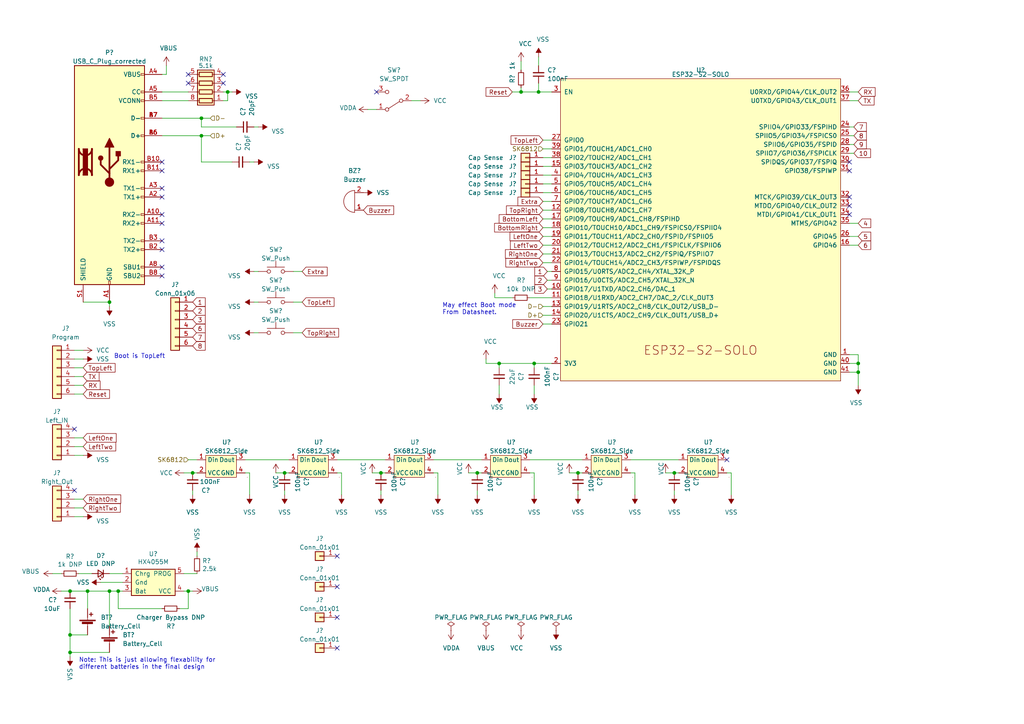
<source format=kicad_sch>
(kicad_sch (version 20220126) (generator eeschema)
  (paper "A4")
  (lib_symbols
    (symbol "BSides22:SK6812_Side"
      (property "Reference" "U?" (at -2.54 0 0))
      (property "Value" "SK6812_Side" (at -1.27 -8.89 0))
      (symbol "SK6812_Side_1_1"
        (pin input line (at -7.62 -2.54 0) (length 2.54) (name "Din") (number "1"))
        (pin input line (at -7.62 -6.35 0) (length 2.54) (name "VCC") (number "2"))
        (pin output line (at 6.35 -2.54 180) (length 2.54) (name "Dout") (number "3"))
        (pin input line (at 6.35 -6.35 180) (length 2.54) (name "GND") (number "4"))
      )
    )
    (symbol "Connector_Generic:Conn_01x01" (pin_names (offset 1.016) hide)
      (property "Reference" "J" (at 0 2.54 0))
      (property "Value" "Conn_01x01" (at 0 -2.54 0))
      (symbol "Conn_01x01_1_1"
        (pin passive line (at -5.08 0 0) (length 3.81) (name "Pin_1") (number "1"))
      )
    )
    (symbol "Connector_Generic:Conn_01x04" (pin_names (offset 1.016) hide)
      (property "Reference" "J" (at 0 5.08 0))
      (property "Value" "Conn_01x04" (at 0 -7.62 0))
      (symbol "Conn_01x04_1_1"
        (pin passive line (at -5.08 2.54 0) (length 3.81) (name "Pin_1") (number "1"))
        (pin passive line (at -5.08 0 0) (length 3.81) (name "Pin_2") (number "2"))
        (pin passive line (at -5.08 -2.54 0) (length 3.81) (name "Pin_3") (number "3"))
        (pin passive line (at -5.08 -5.08 0) (length 3.81) (name "Pin_4") (number "4"))
      )
    )
    (symbol "Connector_Generic:Conn_01x06" (pin_names (offset 1.016) hide)
      (property "Reference" "J" (at 0 7.62 0))
      (property "Value" "Conn_01x06" (at 0 -10.16 0))
      (symbol "Conn_01x06_1_1"
        (pin passive line (at -5.08 5.08 0) (length 3.81) (name "Pin_1") (number "1"))
        (pin passive line (at -5.08 2.54 0) (length 3.81) (name "Pin_2") (number "2"))
        (pin passive line (at -5.08 0 0) (length 3.81) (name "Pin_3") (number "3"))
        (pin passive line (at -5.08 -2.54 0) (length 3.81) (name "Pin_4") (number "4"))
        (pin passive line (at -5.08 -5.08 0) (length 3.81) (name "Pin_5") (number "5"))
        (pin passive line (at -5.08 -7.62 0) (length 3.81) (name "Pin_6") (number "6"))
      )
    )
    (symbol "Device:Battery_Cell" (pin_numbers hide) (pin_names (offset 0) hide)
      (property "Reference" "BT" (at 2.54 2.54 0))
      (property "Value" "Battery_Cell" (at 2.54 0 0))
      (symbol "Battery_Cell_1_1"
        (pin passive line (at 0 5.08 270) (length 2.54) (name "+") (number "1"))
        (pin passive line (at 0 -2.54 90) (length 2.54) (name "-") (number "2"))
      )
    )
    (symbol "Device:Buzzer" (pin_names (offset 0.0254) hide)
      (property "Reference" "BZ" (at 3.81 1.27 0))
      (property "Value" "Buzzer" (at 3.81 -1.27 0))
      (symbol "Buzzer_1_1"
        (pin passive line (at -2.54 2.54 0) (length 2.54) (name "-") (number "1"))
        (pin passive line (at -2.54 -2.54 0) (length 2.54) (name "+") (number "2"))
      )
    )
    (symbol "Device:C_Small" (pin_numbers hide) (pin_names (offset 0.254) hide)
      (property "Reference" "C" (at 0.254 1.778 0))
      (property "Value" "C_Small" (at 0.254 -2.032 0))
      (symbol "C_Small_1_1"
        (pin passive line (at 0 2.54 270) (length 2.032) (name "~") (number "1"))
        (pin passive line (at 0 -2.54 90) (length 2.032) (name "~") (number "2"))
      )
    )
    (symbol "Device:LED_Small" (pin_numbers hide) (pin_names (offset 0.254) hide)
      (property "Reference" "D" (at -1.27 3.175 0))
      (property "Value" "LED_Small" (at -4.445 -2.54 0))
      (symbol "LED_Small_1_1"
        (pin passive line (at -2.54 0 0) (length 1.778) (name "K") (number "1"))
        (pin passive line (at 2.54 0 180) (length 1.778) (name "A") (number "2"))
      )
    )
    (symbol "Device:R_Pack04" (pin_names (offset 0) hide)
      (property "Reference" "RN" (at -7.62 0 90))
      (property "Value" "R_Pack04" (at 5.08 0 90))
      (symbol "R_Pack04_1_1"
        (pin passive line (at -5.08 -5.08 90) (length 2.54) (name "R1.1") (number "1"))
        (pin passive line (at -2.54 -5.08 90) (length 2.54) (name "R2.1") (number "2"))
        (pin passive line (at 0 -5.08 90) (length 2.54) (name "R3.1") (number "3"))
        (pin passive line (at 2.54 -5.08 90) (length 2.54) (name "R4.1") (number "4"))
        (pin passive line (at 2.54 5.08 270) (length 2.54) (name "R4.2") (number "5"))
        (pin passive line (at 0 5.08 270) (length 2.54) (name "R3.2") (number "6"))
        (pin passive line (at -2.54 5.08 270) (length 2.54) (name "R2.2") (number "7"))
        (pin passive line (at -5.08 5.08 270) (length 2.54) (name "R1.2") (number "8"))
      )
    )
    (symbol "Device:R_Small" (pin_numbers hide) (pin_names (offset 0.254) hide)
      (property "Reference" "R" (at 0.762 0.508 0))
      (property "Value" "R_Small" (at 0.762 -1.016 0))
      (symbol "R_Small_1_1"
        (pin passive line (at 0 2.54 270) (length 0.762) (name "~") (number "1"))
        (pin passive line (at 0 -2.54 90) (length 0.762) (name "~") (number "2"))
      )
    )
    (symbol "Espressif:ESP32-S2-SOLO" (pin_names (offset 1.016))
      (property "Reference" "U" (at 0 43.18 0))
      (property "Value" "ESP32-S2-SOLO" (at 0 -46.99 0))
      (symbol "ESP32-S2-SOLO_1_1"
        (text "ESP32-S2-SOLO" (at 0 -36.83 0) (effects (font (size 2.54 2.54))))
        (pin power_in line (at 43.18 -38.1 180) (length 2.54) (name "GND") (number "1"))
        (pin bidirectional line (at -43.18 -19.05 0) (length 2.54) (name "GPIO17/U1TXD/ADC2_CH6/DAC_1") (number "10"))
        (pin bidirectional line (at -43.18 -21.59 0) (length 2.54) (name "GPIO18/U1RXD/ADC2_CH7/DAC_2/CLK_OUT3") (number "11"))
        (pin bidirectional line (at -43.18 3.81 0) (length 2.54) (name "GPIO8/TOUCH8/ADC1_CH7") (number "12"))
        (pin bidirectional line (at -43.18 -24.13 0) (length 2.54) (name "GPIO19/U1RTS/ADC2_CH8/CLK_OUT2/USB_D-") (number "13"))
        (pin bidirectional line (at -43.18 -26.67 0) (length 2.54) (name "GPIO20/U1CTS/ADC2_CH9/CLK_OUT1/USB_D+") (number "14"))
        (pin bidirectional line (at -43.18 16.51 0) (length 2.54) (name "GPIO3/TOUCH3/ADC1_CH2") (number "15"))
        (pin input line (at 43.18 -6.35 180) (length 2.54) (name "GPIO46") (number "16"))
        (pin bidirectional line (at -43.18 1.27 0) (length 2.54) (name "GPIO9/TOUCH9/ADC1_CH8/FSPIHD") (number "17"))
        (pin bidirectional line (at -43.18 -1.27 0) (length 2.54) (name "GPIO10/TOUCH10/ADC1_CH9/FSPICS0/FSPIIO4") (number "18"))
        (pin bidirectional line (at -43.18 -3.81 0) (length 2.54) (name "GPIO11/TOUCH11/ADC2_CH0/FSPID/FSPIIO5") (number "19"))
        (pin power_in line (at -43.18 -40.64 0) (length 2.54) (name "3V3") (number "2"))
        (pin bidirectional line (at -43.18 -6.35 0) (length 2.54) (name "GPIO12/TOUCH12/ADC2_CH1/FSPICLK/FSPIIO6") (number "20"))
        (pin bidirectional line (at -43.18 -8.89 0) (length 2.54) (name "GPIO13/TOUCH13/ADC2_CH2/FSPIQ/FSPIIO7") (number "21"))
        (pin bidirectional line (at -43.18 -11.43 0) (length 2.54) (name "GPIO14/TOUCH14/ADC2_CH3/FSPIWP/FSPIDQS") (number "22"))
        (pin bidirectional line (at -43.18 -29.21 0) (length 2.54) (name "GPIO21") (number "23"))
        (pin bidirectional line (at 43.18 27.94 180) (length 2.54) (name "SPIIO4/GPIO33/FSPIHD") (number "24"))
        (pin bidirectional line (at 43.18 25.4 180) (length 2.54) (name "SPIIO5/GPIO34/FSPICS0") (number "25"))
        (pin bidirectional line (at 43.18 -3.81 180) (length 2.54) (name "GPIO45") (number "26"))
        (pin bidirectional line (at -43.18 24.13 0) (length 2.54) (name "GPIO0") (number "27"))
        (pin bidirectional line (at 43.18 22.86 180) (length 2.54) (name "SPIIO6/GPIO35/FSPID") (number "28"))
        (pin bidirectional line (at 43.18 20.32 180) (length 2.54) (name "SPIIO7/GPIO36/FSPICLK") (number "29"))
        (pin bidirectional line (at -43.18 38.1 0) (length 2.54) (name "EN") (number "3"))
        (pin bidirectional line (at 43.18 17.78 180) (length 2.54) (name "SPIDQS/GPIO37/FSPIQ") (number "30"))
        (pin bidirectional line (at 43.18 15.24 180) (length 2.54) (name "GPIO38/FSPIWP") (number "31"))
        (pin bidirectional line (at 43.18 7.62 180) (length 2.54) (name "MTCK/GPIO39/CLK_OUT3") (number "32"))
        (pin bidirectional line (at 43.18 5.08 180) (length 2.54) (name "MTDO/GPIO40/CLK_OUT2") (number "33"))
        (pin bidirectional line (at 43.18 2.54 180) (length 2.54) (name "MTDI/GPIO41/CLK_OUT1") (number "34"))
        (pin bidirectional line (at 43.18 0 180) (length 2.54) (name "MTMS/GPIO42") (number "35"))
        (pin bidirectional line (at 43.18 38.1 180) (length 2.54) (name "U0RXD/GPIO44/CLK_OUT2") (number "36"))
        (pin bidirectional line (at 43.18 35.56 180) (length 2.54) (name "U0TXD/GPIO43/CLK_OUT1") (number "37"))
        (pin bidirectional line (at -43.18 19.05 0) (length 2.54) (name "GPIO2/TOUCH2/ADC1_CH1") (number "38"))
        (pin bidirectional line (at -43.18 21.59 0) (length 2.54) (name "GPIO1/TOUCH1/ADC1_CH0") (number "39"))
        (pin bidirectional line (at -43.18 13.97 0) (length 2.54) (name "GPIO4/TOUCH4/ADC1_CH3") (number "4"))
        (pin input line (at 43.18 -40.64 180) (length 2.54) (name "GND") (number "40"))
        (pin input line (at 43.18 -43.18 180) (length 2.54) (name "GND") (number "41"))
        (pin bidirectional line (at -43.18 11.43 0) (length 2.54) (name "GPIO5/TOUCH5/ADC1_CH4") (number "5"))
        (pin bidirectional line (at -43.18 8.89 0) (length 2.54) (name "GPIO6/TOUCH6/ADC1_CH5") (number "6"))
        (pin bidirectional line (at -43.18 6.35 0) (length 2.54) (name "GPIO7/TOUCH7/ADC1_CH6") (number "7"))
        (pin bidirectional line (at -43.18 -13.97 0) (length 2.54) (name "GPIO15/U0RTS/ADC2_CH4/XTAL_32K_P") (number "8"))
        (pin bidirectional line (at -43.18 -16.51 0) (length 2.54) (name "GPIO16/U0CTS/ADC2_CH5/XTAL_32K_N") (number "9"))
      )
    )
    (symbol "SK6812_Side_1"
      (property "Reference" "U?" (at -2.54 0 0))
      (property "Value" "SK6812_Side_1" (at -1.27 -8.89 0))
      (symbol "SK6812_Side_1_1_1"
        (pin input line (at -7.62 -2.54 0) (length 2.54) (name "Din") (number "1"))
        (pin input line (at -7.62 -6.35 0) (length 2.54) (name "VCC") (number "2"))
        (pin output line (at 6.35 -2.54 180) (length 2.54) (name "Dout") (number "3"))
        (pin input line (at 6.35 -6.35 180) (length 2.54) (name "GND") (number "4"))
      )
    )
    (symbol "SK6812_Side_2"
      (property "Reference" "U?" (at -2.54 0 0))
      (property "Value" "SK6812_Side_2" (at -1.27 -8.89 0))
      (symbol "SK6812_Side_2_1_1"
        (pin input line (at -7.62 -2.54 0) (length 2.54) (name "Din") (number "1"))
        (pin input line (at -7.62 -6.35 0) (length 2.54) (name "VCC") (number "2"))
        (pin output line (at 6.35 -2.54 180) (length 2.54) (name "Dout") (number "3"))
        (pin input line (at 6.35 -6.35 180) (length 2.54) (name "GND") (number "4"))
      )
    )
    (symbol "SK6812_Side_3"
      (property "Reference" "U?" (at -2.54 0 0))
      (property "Value" "SK6812_Side_3" (at -1.27 -8.89 0))
      (symbol "SK6812_Side_3_1_1"
        (pin input line (at -7.62 -2.54 0) (length 2.54) (name "Din") (number "1"))
        (pin input line (at -7.62 -6.35 0) (length 2.54) (name "VCC") (number "2"))
        (pin output line (at 6.35 -2.54 180) (length 2.54) (name "Dout") (number "3"))
        (pin input line (at 6.35 -6.35 180) (length 2.54) (name "GND") (number "4"))
      )
    )
    (symbol "SK6812_Side_4"
      (property "Reference" "U?" (at -2.54 0 0))
      (property "Value" "SK6812_Side_4" (at -1.27 -8.89 0))
      (symbol "SK6812_Side_4_1_1"
        (pin input line (at -7.62 -2.54 0) (length 2.54) (name "Din") (number "1"))
        (pin input line (at -7.62 -6.35 0) (length 2.54) (name "VCC") (number "2"))
        (pin output line (at 6.35 -2.54 180) (length 2.54) (name "Dout") (number "3"))
        (pin input line (at 6.35 -6.35 180) (length 2.54) (name "GND") (number "4"))
      )
    )
    (symbol "SK6812_Side_7"
      (property "Reference" "U?" (at -2.54 0 0))
      (property "Value" "SK6812_Side_7" (at -1.27 -8.89 0))
      (symbol "SK6812_Side_7_1_1"
        (pin input line (at -7.62 -2.54 0) (length 2.54) (name "Din") (number "1"))
        (pin input line (at -7.62 -6.35 0) (length 2.54) (name "VCC") (number "2"))
        (pin output line (at 6.35 -2.54 180) (length 2.54) (name "Dout") (number "3"))
        (pin input line (at 6.35 -6.35 180) (length 2.54) (name "GND") (number "4"))
      )
    )
    (symbol "Switch:SW_Push" (pin_numbers hide) (pin_names (offset 1.016) hide)
      (property "Reference" "SW" (at 1.27 2.54 0))
      (property "Value" "SW_Push" (at 0 -1.524 0))
      (symbol "SW_Push_0_1"
        (pin passive line (at -5.08 0 0) (length 2.54) (name "1") (number "1"))
        (pin passive line (at 5.08 0 180) (length 2.54) (name "2") (number "2"))
      )
    )
    (symbol "Switch:SW_SPDT" (pin_names (offset 0) hide)
      (property "Reference" "SW" (at 0 4.318 0))
      (property "Value" "SW_SPDT" (at 0 -5.08 0))
      (symbol "SW_SPDT_1_1"
        (pin passive line (at 5.08 2.54 180) (length 2.54) (name "A") (number "1"))
        (pin passive line (at -5.08 0 0) (length 2.54) (name "B") (number "2"))
        (pin passive line (at 5.08 -2.54 180) (length 2.54) (name "C") (number "3"))
      )
    )
    (symbol "TwitterKeyboard-rescue:HX4055M-MechKeyboard" (pin_names (offset 1.016))
      (property "Reference" "U" (at 5.08 -10.16 0))
      (property "Value" "HX4055M-MechKeyboard" (at 0 0 0))
      (symbol "HX4055M-MechKeyboard_1_1"
        (pin input line (at -8.89 -2.54 0) (length 2.54) (name "Chrg") (number "1"))
        (pin input line (at -8.89 -5.08 0) (length 2.54) (name "Gnd") (number "2"))
        (pin input line (at -8.89 -7.62 0) (length 2.54) (name "Bat") (number "3"))
        (pin input line (at 8.89 -7.62 180) (length 2.54) (name "VCC") (number "4"))
        (pin input line (at 8.89 -2.54 180) (length 2.54) (name "PROG") (number "5"))
      )
    )
    (symbol "USB_C_Plug_corrected_1" (pin_names (offset 1.016))
      (property "Reference" "P" (at -10.16 29.21 0))
      (property "Value" "USB_C_Plug_corrected_1" (at 10.16 29.21 0))
      (symbol "USB_C_Plug_corrected_1_1_1"
        (pin passive line (at 0 -40.64 90) (length 5.08) (name "GND") (number "A1"))
        (pin bidirectional line (at 15.24 -15.24 180) (length 5.08) (name "RX2-") (number "A10"))
        (pin bidirectional line (at 15.24 -17.78 180) (length 5.08) (name "RX2+") (number "A11"))
        (pin passive line (at 0 -40.64 90) (length 5.08) hide (name "GND") (number "A12"))
        (pin bidirectional line (at 15.24 -10.16 180) (length 5.08) (name "TX1+") (number "A2"))
        (pin bidirectional line (at 15.24 -7.62 180) (length 5.08) (name "TX1-") (number "A3"))
        (pin passive line (at 15.24 25.4 180) (length 5.08) (name "VBUS") (number "A4"))
        (pin bidirectional line (at 15.24 20.32 180) (length 5.08) (name "CC") (number "A5"))
        (pin bidirectional line (at 15.24 7.62 180) (length 5.08) (name "D+") (number "A6"))
        (pin bidirectional line (at 15.24 12.7 180) (length 5.08) (name "D-") (number "A7"))
        (pin bidirectional line (at 15.24 -30.48 180) (length 5.08) (name "SBU1") (number "A8"))
        (pin passive line (at 15.24 25.4 180) (length 5.08) hide (name "VBUS") (number "A9"))
        (pin passive line (at 0 -40.64 90) (length 5.08) hide (name "GND") (number "B1"))
        (pin bidirectional line (at 15.24 0 180) (length 5.08) (name "RX1-") (number "B10"))
        (pin bidirectional line (at 15.24 -2.54 180) (length 5.08) (name "RX1+") (number "B11"))
        (pin passive line (at 0 -40.64 90) (length 5.08) hide (name "GND") (number "B12"))
        (pin bidirectional line (at 15.24 -25.4 180) (length 5.08) (name "TX2+") (number "B2"))
        (pin bidirectional line (at 15.24 -22.86 180) (length 5.08) (name "TX2-") (number "B3"))
        (pin passive line (at 15.24 25.4 180) (length 5.08) hide (name "VBUS") (number "B4"))
        (pin bidirectional line (at 15.24 17.78 180) (length 5.08) (name "VCONN") (number "B5"))
        (pin bidirectional line (at 15.24 7.62 180) (length 5.08) (name "D+") (number "B6"))
        (pin bidirectional line (at 15.24 12.7 180) (length 5.08) (name "D-") (number "B7"))
        (pin bidirectional line (at 15.24 -33.02 180) (length 5.08) (name "SBU2") (number "B8"))
        (pin passive line (at 15.24 25.4 180) (length 5.08) hide (name "VBUS") (number "B9"))
        (pin passive line (at -7.62 -40.64 90) (length 5.08) (name "SHIELD") (number "S1"))
      )
    )
    (symbol "power:PWR_FLAG" (power) (pin_numbers hide) (pin_names (offset 0) hide)
      (property "Value" "PWR_FLAG" (at 0 3.81 0))
      (symbol "PWR_FLAG_0_0"
        (pin power_out line (at 0 0 90) (length 0) (name "pwr") (number "1"))
      )
    )
    (symbol "power:VBUS" (power) (pin_names (offset 0))
      (property "Value" "VBUS" (at 0 3.81 0))
      (symbol "VBUS_1_1"
        (pin power_in line (at 0 0 90) (length 0) hide (name "VBUS") (number "1"))
      )
    )
    (symbol "power:VCC" (power) (pin_names (offset 0))
      (property "Value" "VCC" (at 0 3.81 0))
      (symbol "VCC_1_1"
        (pin power_in line (at 0 0 90) (length 0) hide (name "VCC") (number "1"))
      )
    )
    (symbol "power:VDDA" (power) (pin_names (offset 0))
      (property "Value" "VDDA" (at 0 3.81 0))
      (symbol "VDDA_1_1"
        (pin power_in line (at 0 0 90) (length 0) hide (name "VDDA") (number "1"))
      )
    )
    (symbol "power:VSS" (power) (pin_names (offset 0))
      (property "Value" "VSS" (at 0 3.81 0))
      (symbol "VSS_1_1"
        (pin power_in line (at 0 0 90) (length 0) hide (name "VSS") (number "1"))
      )
    )
  )
  (junction (at 34.29 171.45) (diameter 0.9144))
  (junction (at 20.32 171.45) (diameter 0.9144))
  (junction (at 195.58 137.16))
  (junction (at 144.78 105.41))
  (junction (at 248.92 105.41))
  (junction (at 156.21 26.67))
  (junction (at 58.42 34.29) (diameter 0.9144))
  (junction (at 82.55 137.16))
  (junction (at 151.13 26.67) (diameter 0.9144))
  (junction (at 20.32 189.23))
  (junction (at 20.32 184.15))
  (junction (at 31.75 87.63))
  (junction (at 31.75 171.45))
  (junction (at 25.4 171.45))
  (junction (at 54.61 171.45) (diameter 0.9144))
  (junction (at 66.04 26.67) (diameter 0.9144))
  (junction (at 55.88 137.16))
  (junction (at 138.43 137.16))
  (junction (at 248.92 107.95))
  (junction (at 154.94 105.41))
  (junction (at 167.64 137.16))
  (junction (at 110.49 137.16))
  (junction (at 58.42 39.37) (diameter 0.9144))
  (no_connect (at 97.79 161.29))
  (no_connect (at 46.99 57.15))
  (no_connect (at 46.99 54.61))
  (no_connect (at 97.79 170.18))
  (no_connect (at 21.59 124.46))
  (no_connect (at 46.99 62.23))
  (no_connect (at 64.77 24.13))
  (no_connect (at 54.61 21.59))
  (no_connect (at 46.99 69.85))
  (no_connect (at 97.79 179.07))
  (no_connect (at 46.99 72.39))
  (no_connect (at 109.22 26.67))
  (no_connect (at 246.38 59.69))
  (no_connect (at 246.38 49.53))
  (no_connect (at 54.61 24.13))
  (no_connect (at 246.38 57.15))
  (no_connect (at 246.38 62.23))
  (no_connect (at 246.38 46.99))
  (no_connect (at 46.99 77.47))
  (no_connect (at 97.79 187.96))
  (no_connect (at 64.77 21.59))
  (no_connect (at 21.59 142.24))
  (no_connect (at 46.99 46.99))
  (no_connect (at 210.82 133.35))
  (no_connect (at 46.99 49.53))
  (no_connect (at 46.99 64.77))
  (no_connect (at 46.99 80.01))
  (wire (pts (xy 68.58 36.83) (xy 58.42 36.83)))
  (wire (pts (xy 127 137.16) (xy 125.73 137.16)))
  (wire (pts (xy 157.48 43.18) (xy 160.02 43.18)))
  (wire (pts (xy 25.4 171.45) (xy 25.4 176.53)))
  (wire (pts (xy 21.59 111.76) (xy 24.13 111.76)))
  (wire (pts (xy 154.94 137.16) (xy 153.67 137.16)))
  (wire (pts (xy 184.15 137.16) (xy 182.88 137.16)))
  (wire (pts (xy 64.77 26.67) (xy 66.04 26.67)))
  (wire (pts (xy 21.59 129.54) (xy 24.13 129.54)))
  (wire (pts (xy 144.78 105.41) (xy 154.94 105.41)))
  (wire (pts (xy 82.55 142.24) (xy 82.55 143.51)))
  (wire (pts (xy 46.99 39.37) (xy 58.42 39.37)))
  (wire (pts (xy 135.89 137.16) (xy 138.43 137.16)))
  (wire (pts (xy 156.21 26.67) (xy 160.02 26.67)))
  (wire (pts (xy 246.38 26.67) (xy 248.92 26.67)))
  (wire (pts (xy 74.93 96.52) (xy 73.66 96.52)))
  (wire (pts (xy 46.99 26.67) (xy 54.61 26.67)))
  (wire (pts (xy 21.59 147.32) (xy 24.13 147.32)))
  (wire (pts (xy 21.59 149.86) (xy 24.13 149.86)))
  (wire (pts (xy 46.99 176.53) (xy 34.29 176.53)))
  (wire (pts (xy 31.75 171.45) (xy 34.29 171.45)))
  (wire (pts (xy 20.32 171.45) (xy 25.4 171.45)))
  (wire (pts (xy 195.58 142.24) (xy 195.58 143.51)))
  (wire (pts (xy 46.99 29.21) (xy 54.61 29.21)))
  (wire (pts (xy 54.61 171.45) (xy 54.61 176.53)))
  (wire (pts (xy 184.15 143.51) (xy 184.15 137.16)))
  (wire (pts (xy 106.68 31.75) (xy 109.22 31.75)))
  (wire (pts (xy 25.4 171.45) (xy 31.75 171.45)))
  (wire (pts (xy 29.21 168.91) (xy 35.56 168.91)))
  (wire (pts (xy 156.21 16.51) (xy 156.21 19.05)))
  (wire (pts (xy 157.48 60.96) (xy 160.02 60.96)))
  (wire (pts (xy 248.92 107.95) (xy 248.92 111.76)))
  (wire (pts (xy 167.64 142.24) (xy 167.64 143.51)))
  (wire (pts (xy 97.79 133.35) (xy 111.76 133.35)))
  (wire (pts (xy 148.59 26.67) (xy 151.13 26.67)))
  (wire (pts (xy 138.43 142.24) (xy 138.43 143.51)))
  (wire (pts (xy 34.29 171.45) (xy 35.56 171.45)))
  (wire (pts (xy 157.48 48.26) (xy 160.02 48.26)))
  (wire (pts (xy 34.29 171.45) (xy 34.29 176.53)))
  (wire (pts (xy 31.75 166.37) (xy 35.56 166.37)))
  (wire (pts (xy 157.48 73.66) (xy 160.02 73.66)))
  (wire (pts (xy 21.59 144.78) (xy 24.13 144.78)))
  (wire (pts (xy 66.04 26.67) (xy 67.31 26.67)))
  (wire (pts (xy 66.04 26.67) (xy 66.04 29.21)))
  (wire (pts (xy 157.48 58.42) (xy 160.02 58.42)))
  (wire (pts (xy 246.38 105.41) (xy 248.92 105.41)))
  (wire (pts (xy 20.32 189.23) (xy 20.32 190.5)))
  (wire (pts (xy 80.01 137.16) (xy 82.55 137.16)))
  (wire (pts (xy 143.51 85.09) (xy 143.51 86.36)))
  (wire (pts (xy 58.42 34.29) (xy 60.96 34.29)))
  (wire (pts (xy 58.42 46.99) (xy 58.42 39.37)))
  (wire (pts (xy 154.94 105.41) (xy 160.02 105.41)))
  (wire (pts (xy 246.38 44.45) (xy 247.65 44.45)))
  (wire (pts (xy 21.59 127) (xy 24.13 127)))
  (wire (pts (xy 160.02 83.82) (xy 158.75 83.82)))
  (wire (pts (xy 212.09 137.16) (xy 210.82 137.16)))
  (wire (pts (xy 156.21 24.13) (xy 156.21 26.67)))
  (wire (pts (xy 140.97 105.41) (xy 144.78 105.41)))
  (wire (pts (xy 138.43 137.16) (xy 139.7 137.16)))
  (wire (pts (xy 21.59 101.6) (xy 24.13 101.6)))
  (wire (pts (xy 72.39 137.16) (xy 71.12 137.16)))
  (wire (pts (xy 195.58 137.16) (xy 196.85 137.16)))
  (wire (pts (xy 121.92 29.21) (xy 119.38 29.21)))
  (wire (pts (xy 22.86 166.37) (xy 26.67 166.37)))
  (wire (pts (xy 58.42 39.37) (xy 60.96 39.37)))
  (wire (pts (xy 193.04 137.16) (xy 195.58 137.16)))
  (wire (pts (xy 20.32 184.15) (xy 25.4 184.15)))
  (wire (pts (xy 157.48 63.5) (xy 160.02 63.5)))
  (wire (pts (xy 127 143.51) (xy 127 137.16)))
  (wire (pts (xy 17.78 171.45) (xy 20.32 171.45)))
  (wire (pts (xy 48.26 19.05) (xy 48.26 21.59)))
  (wire (pts (xy 21.59 109.22) (xy 24.13 109.22)))
  (wire (pts (xy 99.06 137.16) (xy 97.79 137.16)))
  (wire (pts (xy 157.48 50.8) (xy 160.02 50.8)))
  (wire (pts (xy 248.92 105.41) (xy 248.92 107.95)))
  (wire (pts (xy 154.94 105.41) (xy 154.94 106.68)))
  (wire (pts (xy 153.67 133.35) (xy 168.91 133.35)))
  (wire (pts (xy 157.48 71.12) (xy 160.02 71.12)))
  (wire (pts (xy 107.95 137.16) (xy 110.49 137.16)))
  (wire (pts (xy 54.61 171.45) (xy 55.88 171.45)))
  (wire (pts (xy 151.13 17.78) (xy 151.13 20.32)))
  (wire (pts (xy 157.48 45.72) (xy 160.02 45.72)))
  (wire (pts (xy 24.13 87.63) (xy 31.75 87.63)))
  (wire (pts (xy 151.13 25.4) (xy 151.13 26.67)))
  (wire (pts (xy 160.02 81.28) (xy 158.75 81.28)))
  (wire (pts (xy 99.06 143.51) (xy 99.06 137.16)))
  (wire (pts (xy 52.07 176.53) (xy 54.61 176.53)))
  (wire (pts (xy 53.34 137.16) (xy 55.88 137.16)))
  (wire (pts (xy 53.34 171.45) (xy 54.61 171.45)))
  (wire (pts (xy 248.92 102.87) (xy 248.92 105.41)))
  (wire (pts (xy 246.38 102.87) (xy 248.92 102.87)))
  (wire (pts (xy 71.12 133.35) (xy 83.82 133.35)))
  (wire (pts (xy 31.75 189.23) (xy 20.32 189.23)))
  (wire (pts (xy 64.77 29.21) (xy 66.04 29.21)))
  (wire (pts (xy 67.31 46.99) (xy 58.42 46.99)))
  (wire (pts (xy 20.32 189.23) (xy 20.32 184.15)))
  (wire (pts (xy 85.09 87.63) (xy 87.63 87.63)))
  (wire (pts (xy 148.59 86.36) (xy 143.51 86.36)))
  (wire (pts (xy 157.48 88.9) (xy 160.02 88.9)))
  (wire (pts (xy 246.38 36.83) (xy 247.65 36.83)))
  (wire (pts (xy 85.09 96.52) (xy 87.63 96.52)))
  (wire (pts (xy 31.75 171.45) (xy 31.75 181.61)))
  (wire (pts (xy 125.73 133.35) (xy 139.7 133.35)))
  (wire (pts (xy 48.26 21.59) (xy 46.99 21.59)))
  (wire (pts (xy 110.49 142.24) (xy 110.49 143.51)))
  (wire (pts (xy 246.38 107.95) (xy 248.92 107.95)))
  (wire (pts (xy 110.49 137.16) (xy 111.76 137.16)))
  (wire (pts (xy 140.97 104.14) (xy 140.97 105.41)))
  (wire (pts (xy 246.38 71.12) (xy 248.92 71.12)))
  (wire (pts (xy 21.59 114.3) (xy 24.13 114.3)))
  (wire (pts (xy 82.55 137.16) (xy 83.82 137.16)))
  (wire (pts (xy 72.39 46.99) (xy 73.66 46.99)))
  (wire (pts (xy 21.59 106.68) (xy 24.13 106.68)))
  (wire (pts (xy 57.15 161.29) (xy 57.15 160.02)))
  (wire (pts (xy 182.88 133.35) (xy 196.85 133.35)))
  (wire (pts (xy 55.88 142.24) (xy 55.88 143.51)))
  (wire (pts (xy 167.64 137.16) (xy 168.91 137.16)))
  (wire (pts (xy 157.48 55.88) (xy 160.02 55.88)))
  (wire (pts (xy 157.48 40.64) (xy 160.02 40.64)))
  (wire (pts (xy 73.66 36.83) (xy 74.93 36.83)))
  (wire (pts (xy 87.63 78.74) (xy 85.09 78.74)))
  (wire (pts (xy 153.67 86.36) (xy 160.02 86.36)))
  (wire (pts (xy 157.48 66.04) (xy 160.02 66.04)))
  (wire (pts (xy 58.42 36.83) (xy 58.42 34.29)))
  (wire (pts (xy 160.02 78.74) (xy 158.75 78.74)))
  (wire (pts (xy 15.24 166.37) (xy 17.78 166.37)))
  (wire (pts (xy 55.88 137.16) (xy 57.15 137.16)))
  (wire (pts (xy 21.59 132.08) (xy 24.13 132.08)))
  (wire (pts (xy 212.09 143.51) (xy 212.09 137.16)))
  (wire (pts (xy 144.78 105.41) (xy 144.78 106.68)))
  (wire (pts (xy 74.93 78.74) (xy 73.66 78.74)))
  (wire (pts (xy 246.38 29.21) (xy 248.92 29.21)))
  (wire (pts (xy 31.75 87.63) (xy 31.75 88.9)))
  (wire (pts (xy 154.94 143.51) (xy 154.94 137.16)))
  (wire (pts (xy 165.1 137.16) (xy 167.64 137.16)))
  (wire (pts (xy 20.32 176.53) (xy 20.32 184.15)))
  (wire (pts (xy 54.61 133.35) (xy 57.15 133.35)))
  (wire (pts (xy 157.48 91.44) (xy 160.02 91.44)))
  (wire (pts (xy 246.38 39.37) (xy 247.65 39.37)))
  (wire (pts (xy 21.59 104.14) (xy 24.13 104.14)))
  (wire (pts (xy 157.48 93.98) (xy 160.02 93.98)))
  (wire (pts (xy 46.99 34.29) (xy 58.42 34.29)))
  (wire (pts (xy 154.94 111.76) (xy 154.94 114.3)))
  (wire (pts (xy 157.48 68.58) (xy 160.02 68.58)))
  (wire (pts (xy 246.38 64.77) (xy 248.92 64.77)))
  (wire (pts (xy 74.93 87.63) (xy 73.66 87.63)))
  (wire (pts (xy 144.78 111.76) (xy 144.78 114.3)))
  (wire (pts (xy 246.38 41.91) (xy 247.65 41.91)))
  (wire (pts (xy 151.13 26.67) (xy 156.21 26.67)))
  (wire (pts (xy 246.38 68.58) (xy 248.92 68.58)))
  (wire (pts (xy 157.48 53.34) (xy 160.02 53.34)))
  (wire (pts (xy 157.48 76.2) (xy 160.02 76.2)))
  (wire (pts (xy 72.39 143.51) (xy 72.39 137.16)))
  (wire (pts (xy 53.34 166.37) (xy 57.15 166.37)))
  (text "May effect Boot mode\nFrom Datasheet." (at 128.27 91.44 0) (effects (font (size 1.27 1.27)) (justify left bottom)))
  (text "Note: This is just allowing flexability for\ndifferent batteries in the final design" (at 22.86 194.31 0) (effects (font (size 1.27 1.27)) (justify left bottom)))
  (text "Boot is TopLeft" (at 33.02 104.14 0) (effects (font (size 1.27 1.27)) (justify left bottom)))
  (global_label "Extra" (shape input) (at 157.48 58.42 180) (property "Intersheet References" "${INTERSHEET_REFS}" (effects hide)))
  (global_label "BottomLeft" (shape input) (at 157.48 63.5 180) (property "Intersheetrefs" "${INTERSHEET_REFS}" (effects hide)))
  (global_label "RightOne" (shape input) (at 24.13 144.78 0) (property "Intersheetrefs" "${INTERSHEET_REFS}" (effects hide)))
  (global_label "LeftOne" (shape input) (at 157.48 68.58 180) (property "Intersheetrefs" "${INTERSHEET_REFS}" (effects hide)))
  (global_label "Buzzer" (shape input) (at 105.41 60.96 0) (property "Intersheet References" "${INTERSHEET_REFS}" (effects hide)))
  (global_label "TopRight" (shape input) (at 87.63 96.52 0) (property "Intersheetrefs" "${INTERSHEET_REFS}" (effects hide)))
  (global_label "LeftTwo" (shape input) (at 157.48 71.12 180) (property "Intersheetrefs" "${INTERSHEET_REFS}" (effects hide)))
  (global_label "TopLeft" (shape input) (at 24.13 106.68 0) (property "Intersheetrefs" "${INTERSHEET_REFS}" (effects hide)))
  (global_label "9" (shape input) (at 247.65 41.91 0) (property "Intersheetrefs" "${INTERSHEET_REFS}" (effects hide)))
  (global_label "RightTwo" (shape input) (at 157.48 76.2 180) (property "Intersheetrefs" "${INTERSHEET_REFS}" (effects hide)))
  (global_label "4" (shape input) (at 248.92 64.77 0) (property "Intersheet References" "${INTERSHEET_REFS}" (effects hide)))
  (global_label "TopLeft" (shape input) (at 157.48 40.64 180) (property "Intersheetrefs" "${INTERSHEET_REFS}" (effects hide)))
  (global_label "1" (shape input) (at 55.88 87.63 0) (property "Intersheet References" "${INTERSHEET_REFS}" (effects hide)))
  (global_label "6" (shape input) (at 248.92 71.12 0) (property "Intersheet References" "${INTERSHEET_REFS}" (effects hide)))
  (global_label "8" (shape input) (at 247.65 39.37 0) (property "Intersheetrefs" "${INTERSHEET_REFS}" (effects hide)))
  (global_label "7" (shape input) (at 247.65 36.83 0) (property "Intersheet References" "${INTERSHEET_REFS}" (effects hide)))
  (global_label "RightTwo" (shape input) (at 24.13 147.32 0) (property "Intersheetrefs" "${INTERSHEET_REFS}" (effects hide)))
  (global_label "TX" (shape input) (at 248.92 29.21 0) (property "Intersheet References" "${INTERSHEET_REFS}" (effects hide)))
  (global_label "TopRight" (shape input) (at 157.48 60.96 180) (property "Intersheetrefs" "${INTERSHEET_REFS}" (effects hide)))
  (global_label "5" (shape input) (at 248.92 68.58 0) (property "Intersheetrefs" "${INTERSHEET_REFS}" (effects hide)))
  (global_label "Reset" (shape input) (at 148.59 26.67 180) (property "Intersheet References" "${INTERSHEET_REFS}" (effects hide)))
  (global_label "RX" (shape input) (at 24.13 111.76 0) (property "Intersheet References" "${INTERSHEET_REFS}" (effects hide)))
  (global_label "Buzzer" (shape input) (at 157.48 93.98 180) (property "Intersheet References" "${INTERSHEET_REFS}" (effects hide)))
  (global_label "8" (shape input) (at 55.88 100.33 0) (property "Intersheetrefs" "${INTERSHEET_REFS}" (effects hide)))
  (global_label "RightOne" (shape input) (at 157.48 73.66 180) (property "Intersheetrefs" "${INTERSHEET_REFS}" (effects hide)))
  (global_label "TopLeft" (shape input) (at 87.63 87.63 0) (property "Intersheetrefs" "${INTERSHEET_REFS}" (effects hide)))
  (global_label "3" (shape input) (at 55.88 92.71 0) (property "Intersheet References" "${INTERSHEET_REFS}" (effects hide)))
  (global_label "2" (shape input) (at 55.88 90.17 0) (property "Intersheet References" "${INTERSHEET_REFS}" (effects hide)))
  (global_label "BottomRight" (shape input) (at 157.48 66.04 180) (property "Intersheetrefs" "${INTERSHEET_REFS}" (effects hide)))
  (global_label "10" (shape input) (at 247.65 44.45 0) (property "Intersheetrefs" "${INTERSHEET_REFS}" (effects hide)))
  (global_label "LeftOne" (shape input) (at 24.13 127 0) (property "Intersheetrefs" "${INTERSHEET_REFS}" (effects hide)))
  (global_label "7" (shape input) (at 55.88 97.79 0) (property "Intersheet References" "${INTERSHEET_REFS}" (effects hide)))
  (global_label "3" (shape input) (at 158.75 83.82 180) (property "Intersheet References" "${INTERSHEET_REFS}" (effects hide)))
  (global_label "1" (shape input) (at 158.75 78.74 180) (property "Intersheet References" "${INTERSHEET_REFS}" (effects hide)))
  (global_label "2" (shape input) (at 158.75 81.28 180) (property "Intersheet References" "${INTERSHEET_REFS}" (effects hide)))
  (global_label "Extra" (shape input) (at 87.63 78.74 0) (property "Intersheet References" "${INTERSHEET_REFS}" (effects hide)))
  (global_label "TX" (shape input) (at 24.13 109.22 0) (property "Intersheet References" "${INTERSHEET_REFS}" (effects hide)))
  (global_label "RX" (shape input) (at 248.92 26.67 0) (property "Intersheet References" "${INTERSHEET_REFS}" (effects hide)))
  (global_label "6" (shape input) (at 55.88 95.25 0) (property "Intersheet References" "${INTERSHEET_REFS}" (effects hide)))
  (global_label "LeftTwo" (shape input) (at 24.13 129.54 0) (property "Intersheetrefs" "${INTERSHEET_REFS}" (effects hide)))
  (global_label "Reset" (shape input) (at 24.13 114.3 0) (property "Intersheet References" "${INTERSHEET_REFS}" (effects hide)))
  (hierarchical_label "D-" (shape input) (at 157.48 88.9 180))
  (hierarchical_label "D+" (shape input) (at 60.96 39.37 0))
  (hierarchical_label "SK6812" (shape input) (at 157.48 43.18 180))
  (hierarchical_label "SK6812" (shape input) (at 54.61 133.35 180))
  (hierarchical_label "D+" (shape input) (at 157.48 91.44 180))
  (hierarchical_label "D-" (shape input) (at 60.96 34.29 0))
  (symbol (lib_id "Device:Buzzer") (at 102.87 58.42 180) (unit 1)
    (property "Reference" "BZ?" (at 102.87 49.53 0))
    (property "Value" "Buzzer" (at 102.87 52.07 0))
    (property "Footprint" "Bsides22:FUET-9032-Buzzer" (effects hide))
  )
  (symbol (lib_id "power:VSS") (at 154.94 114.3 180) (unit 1)
    (property "Reference" "#PWR?" (effects hide))
    (property "Value" "VSS" (at 156.21 118.11 0) (effects (justify left)))
  )
  (symbol (lib_id "power:VCC") (at 107.95 137.16 0) (unit 1)
    (property "Reference" "#PWR?" (effects hide))
    (property "Value" "VCC" (at 105.41 135.89 90))
  )
  (symbol (lib_id "Device:R_Pack04") (at 59.69 24.13 90) (unit 1)
    (property "Reference" "RN?" (at 59.69 17.145 90))
    (property "Value" "5.1k" (at 59.69 19.05 90))
    (property "Footprint" "Resistor_SMD:R_Array_Convex_4x0603" (effects hide))
  )
  (symbol (lib_id "Device:C_Small") (at 156.21 21.59 180) (unit 1)
    (property "Reference" "C?" (at 158.75 20.32 0) (effects (justify right)))
    (property "Value" "100nF" (at 158.75 22.86 0) (effects (justify right)))
    (property "Footprint" "Capacitor_SMD:C_0805_2012Metric" (effects hide))
  )
  (symbol (lib_id "Device:C_Small") (at 144.78 109.22 0) (unit 1)
    (property "Reference" "C?" (at 151.13 109.22 90))
    (property "Value" "22uF" (at 148.59 109.22 90))
    (property "Footprint" "Capacitor_SMD:C_0805_2012Metric" (effects hide))
  )
  (symbol (lib_id "power:VSS") (at 74.93 36.83 270) (unit 1)
    (property "Reference" "#PWR?" (effects hide))
    (property "Value" "VSS" (at 78.74 38.1 90) (effects (justify left)))
  )
  (symbol (lib_id "power:VSS") (at 29.21 168.91 90) (unit 1)
    (property "Reference" "#PWR?" (effects hide))
    (property "Value" "VSS" (at 24.13 168.91 90))
  )
  (symbol (lib_name "SK6812_Side_3") (lib_id "BSides22:SK6812_Side") (at 204.47 130.81 0) (unit 1)
    (property "Reference" "U?" (at 205.4225 128.27 0))
    (property "Value" "SK6812_Side" (at 205.4225 130.81 0))
    (property "Footprint" "Bsides22:SK6812_Side" (effects hide))
  )
  (symbol (lib_name "SK6812_Side_2") (lib_id "BSides22:SK6812_Side") (at 64.77 130.81 0) (unit 1)
    (property "Reference" "U?" (at 65.7225 128.27 0))
    (property "Value" "SK6812_Side" (at 65.7225 130.81 0))
    (property "Footprint" "Bsides22:SK6812_Side" (effects hide))
  )
  (symbol (lib_id "power:VSS") (at 212.09 143.51 180) (unit 1)
    (property "Reference" "#PWR?" (effects hide))
    (property "Value" "VSS" (at 212.09 148.59 0))
  )
  (symbol (lib_id "power:VDDA") (at 106.68 31.75 90) (unit 1)
    (property "Reference" "#PWR?" (effects hide))
    (property "Value" "VDDA" (at 103.4288 31.2928 90) (effects (justify left)))
  )
  (symbol (lib_name "SK6812_Side_7") (lib_id "BSides22:SK6812_Side") (at 147.32 130.81 0) (unit 1)
    (property "Reference" "U?" (at 148.2725 128.27 0))
    (property "Value" "SK6812_Side" (at 148.2725 130.81 0))
    (property "Footprint" "Bsides22:SK6812_Side" (effects hide))
  )
  (symbol (lib_id "power:PWR_FLAG") (at 130.81 182.88 0) (unit 1)
    (property "Reference" "#FLG?" (effects hide))
    (property "Value" "PWR_FLAG" (at 130.81 179.07 0))
  )
  (symbol (lib_id "Device:C_Small") (at 138.43 139.7 0) (unit 1)
    (property "Reference" "C?" (at 144.78 139.7 90))
    (property "Value" "100nF" (at 142.24 139.7 90))
    (property "Footprint" "Capacitor_SMD:C_0805_2012Metric" (effects hide))
  )
  (symbol (lib_id "Device:C_Small") (at 82.55 139.7 0) (unit 1)
    (property "Reference" "C?" (at 88.9 139.7 90))
    (property "Value" "100nF" (at 86.36 139.7 90))
    (property "Footprint" "Capacitor_SMD:C_0805_2012Metric" (effects hide))
  )
  (symbol (lib_id "Switch:SW_SPDT") (at 114.3 29.21 180) (unit 1)
    (property "Reference" "SW?" (at 114.3 20.32 0))
    (property "Value" "SW_SPDT" (at 114.3 22.86 0))
    (property "Footprint" "BreadBoardPwr:SK-3296S_switch" (effects hide))
  )
  (symbol (lib_id "power:VCC") (at 193.04 137.16 0) (unit 1)
    (property "Reference" "#PWR?" (effects hide))
    (property "Value" "VCC" (at 191.77 135.89 90))
  )
  (symbol (lib_id "Device:C_Small") (at 69.85 46.99 90) (unit 1)
    (property "Reference" "C?" (at 69.215 43.815 0) (effects (justify left)))
    (property "Value" "20pF" (at 71.755 43.815 0) (effects (justify left)))
    (property "Footprint" "Capacitor_SMD:C_0805_2012Metric" (effects hide))
  )
  (symbol (lib_id "power:VCC") (at 135.89 137.16 0) (unit 1)
    (property "Reference" "#PWR?" (effects hide))
    (property "Value" "VCC" (at 133.35 135.89 90))
  )
  (symbol (lib_id "power:VSS") (at 138.43 143.51 180) (unit 1)
    (property "Reference" "#PWR?" (effects hide))
    (property "Value" "VSS" (at 138.43 148.59 0))
  )
  (symbol (lib_id "power:VSS") (at 184.15 143.51 180) (unit 1)
    (property "Reference" "#PWR?" (effects hide))
    (property "Value" "VSS" (at 184.15 148.59 0))
  )
  (symbol (lib_id "power:VCC") (at 140.97 104.14 0) (unit 1)
    (property "Reference" "#PWR?" (effects hide))
    (property "Value" "VCC" (at 142.24 99.06 0))
  )
  (symbol (lib_id "Device:C_Small") (at 167.64 139.7 0) (unit 1)
    (property "Reference" "C?" (at 173.99 139.7 90))
    (property "Value" "100nF" (at 171.45 139.7 90))
    (property "Footprint" "Capacitor_SMD:C_0805_2012Metric" (effects hide))
  )
  (symbol (lib_name "USB_C_Plug_corrected_1") (lib_id "BadgePirates:USB_C_Plug_corrected") (at 31.75 46.99 0) (unit 1)
    (property "Reference" "P?" (at 31.75 15.24 0))
    (property "Value" "USB_C_Plug_corrected" (at 31.75 17.78 0))
    (property "Footprint" "BadgePirates:USB_C_Receptical-Jing" (effects hide))
    (property "Datasheet" "https://www.usb.org/sites/default/files/documents/usb_type-c.zip" (effects hide))
  )
  (symbol (lib_id "power:VBUS") (at 15.24 166.37 90) (unit 1)
    (property "Reference" "#PWR?" (effects hide))
    (property "Value" "VBUS" (at 8.89 165.735 90))
  )
  (symbol (lib_id "Connector_Generic:Conn_01x01") (at 92.71 170.18 180) (unit 1)
    (property "Reference" "J?" (at 92.71 165.1 0))
    (property "Value" "Conn_01x01" (at 92.71 167.64 0))
    (property "Footprint" "cafebabe:SMD Spacer M2.5" (effects hide))
  )
  (symbol (lib_id "Device:Battery_Cell") (at 25.4 181.61 0) (unit 1)
    (property "Reference" "BT?" (at 29.21 179.07 0) (effects (justify left)))
    (property "Value" "Battery_Cell" (at 29.21 181.61 0) (effects (justify left)))
    (property "Footprint" "Tests:Dongguan14500" (effects hide))
  )
  (symbol (lib_id "power:PWR_FLAG") (at 140.97 182.88 0) (unit 1)
    (property "Reference" "#FLG?" (effects hide))
    (property "Value" "PWR_FLAG" (at 140.97 179.07 0))
  )
  (symbol (lib_id "Connector_Generic:Conn_01x01") (at 152.4 48.26 180) (unit 1)
    (property "Reference" "J?" (at 149.86 48.26 0) (effects (justify left)))
    (property "Value" "Cap Sense" (at 146.05 48.26 0) (effects (justify left)))
    (property "Footprint" "Bsides22:CapSense" (effects hide))
  )
  (symbol (lib_id "Connector_Generic:Conn_01x01") (at 152.4 55.88 180) (unit 1)
    (property "Reference" "J?" (at 149.86 55.88 0) (effects (justify left)))
    (property "Value" "Cap Sense" (at 146.05 55.88 0) (effects (justify left)))
    (property "Footprint" "Bsides22:CapSense" (effects hide))
  )
  (symbol (lib_id "Device:R_Small") (at 151.13 86.36 90) (unit 1)
    (property "Reference" "R?" (at 151.13 81.28 90))
    (property "Value" "10k DNP" (at 151.13 83.82 90))
    (property "Footprint" "Resistor_SMD:R_0805_2012Metric" (effects hide))
  )
  (symbol (lib_id "power:VSS") (at 105.41 55.88 270) (unit 1)
    (property "Reference" "#PWR?" (effects hide))
    (property "Value" "VSS" (at 109.22 55.88 90) (effects (justify left)))
  )
  (symbol (lib_id "power:VSS") (at 73.66 78.74 90) (mirror x) (unit 1)
    (property "Reference" "#PWR?" (effects hide))
    (property "Value" "VSS" (at 69.85 80.01 90) (effects (justify left)))
  )
  (symbol (lib_id "power:VSS") (at 195.58 143.51 180) (unit 1)
    (property "Reference" "#PWR?" (effects hide))
    (property "Value" "VSS" (at 195.58 148.59 0))
  )
  (symbol (lib_id "power:VSS") (at 144.78 114.3 180) (unit 1)
    (property "Reference" "#PWR?" (effects hide))
    (property "Value" "VSS" (at 146.05 118.11 0) (effects (justify left)))
  )
  (symbol (lib_id "power:VSS") (at 248.92 111.76 180) (unit 1)
    (property "Reference" "#PWR?" (effects hide))
    (property "Value" "VSS" (at 250.19 116.84 0) (effects (justify left)))
  )
  (symbol (lib_id "power:VSS") (at 161.29 182.88 180) (unit 1)
    (property "Reference" "#PWR?" (effects hide))
    (property "Value" "VSS" (at 161.29 187.96 0))
  )
  (symbol (lib_id "power:PWR_FLAG") (at 161.29 182.88 0) (unit 1)
    (property "Reference" "#FLG?" (effects hide))
    (property "Value" "PWR_FLAG" (at 161.29 179.07 0))
  )
  (symbol (lib_id "power:VSS") (at 67.31 26.67 270) (unit 1)
    (property "Reference" "#PWR?" (effects hide))
    (property "Value" "VSS" (at 71.12 27.94 90) (effects (justify left)))
  )
  (symbol (lib_id "Device:C_Small") (at 154.94 109.22 0) (unit 1)
    (property "Reference" "C?" (at 161.29 109.22 90))
    (property "Value" "100nF" (at 158.75 109.22 90))
    (property "Footprint" "Capacitor_SMD:C_0805_2012Metric" (effects hide))
  )
  (symbol (lib_name "SK6812_Side_1") (lib_id "BSides22:SK6812_Side") (at 91.44 130.81 0) (unit 1)
    (property "Reference" "U?" (at 92.3925 128.27 0))
    (property "Value" "SK6812_Side" (at 92.3925 130.81 0))
    (property "Footprint" "Bsides22:SK6812_Side" (effects hide))
  )
  (symbol (lib_id "Connector_Generic:Conn_01x04") (at 16.51 147.32 180) (unit 1)
    (property "Reference" "J?" (at 16.51 137.16 0))
    (property "Value" "Right_Out" (at 16.51 139.7 0))
    (property "Footprint" "Connector_PinHeader_2.54mm:PinHeader_1x04_P2.54mm_Vertical" (effects hide))
  )
  (symbol (lib_id "power:VSS") (at 55.88 143.51 180) (unit 1)
    (property "Reference" "#PWR?" (effects hide))
    (property "Value" "VSS" (at 55.88 148.59 0))
  )
  (symbol (lib_id "Connector_Generic:Conn_01x04") (at 16.51 129.54 180) (unit 1)
    (property "Reference" "J?" (at 16.51 119.38 0))
    (property "Value" "Left_IN" (at 16.51 121.92 0))
    (property "Footprint" "Connector_PinHeader_2.54mm:PinHeader_1x04_P2.54mm_Vertical" (effects hide))
  )
  (symbol (lib_id "TwitterKeyboard-rescue:HX4055M-MechKeyboard") (at 44.45 163.83 0) (unit 1)
    (property "Reference" "U?" (at 44.45 160.655 0))
    (property "Value" "HX4055M" (at 44.45 162.9664 0))
    (property "Footprint" "Package_TO_SOT_SMD:SOT-23-5" (effects hide))
  )
  (symbol (lib_id "Connector_Generic:Conn_01x06") (at 16.51 106.68 0) (mirror y) (unit 1)
    (property "Reference" "J?" (at 19.05 95.25 0))
    (property "Value" "Program" (at 19.05 97.79 0))
    (property "Footprint" "Connector_PinHeader_2.54mm:PinHeader_1x06_P2.54mm_Vertical" (effects hide))
  )
  (symbol (lib_id "Connector_Generic:Conn_01x01") (at 92.71 179.07 180) (unit 1)
    (property "Reference" "J?" (at 92.71 173.99 0))
    (property "Value" "Conn_01x01" (at 92.71 176.53 0))
    (property "Footprint" "cafebabe:SMD Spacer M2.5" (effects hide))
  )
  (symbol (lib_id "Connector_Generic:Conn_01x01") (at 152.4 50.8 180) (unit 1)
    (property "Reference" "J?" (at 149.86 50.8 0) (effects (justify left)))
    (property "Value" "Cap Sense" (at 146.05 50.8 0) (effects (justify left)))
    (property "Footprint" "Bsides22:CapSense" (effects hide))
  )
  (symbol (lib_id "Device:C_Small") (at 55.88 139.7 0) (unit 1)
    (property "Reference" "C?" (at 59.69 142.24 0))
    (property "Value" "100nF" (at 60.96 139.7 0))
    (property "Footprint" "Capacitor_SMD:C_0805_2012Metric" (effects hide))
  )
  (symbol (lib_id "Connector_Generic:Conn_01x01") (at 152.4 53.34 180) (unit 1)
    (property "Reference" "J?" (at 149.86 53.34 0) (effects (justify left)))
    (property "Value" "Cap Sense" (at 146.05 53.34 0) (effects (justify left)))
    (property "Footprint" "Bsides22:CapSense" (effects hide))
  )
  (symbol (lib_id "power:VSS") (at 154.94 143.51 180) (unit 1)
    (property "Reference" "#PWR?" (effects hide))
    (property "Value" "VSS" (at 154.94 148.59 0))
  )
  (symbol (lib_id "power:PWR_FLAG") (at 151.13 182.88 0) (unit 1)
    (property "Reference" "#FLG?" (effects hide))
    (property "Value" "PWR_FLAG" (at 151.13 179.07 0))
  )
  (symbol (lib_id "power:VSS") (at 82.55 143.51 180) (unit 1)
    (property "Reference" "#PWR?" (effects hide))
    (property "Value" "VSS" (at 82.55 148.59 0))
  )
  (symbol (lib_id "power:VCC") (at 151.13 182.88 180) (unit 1)
    (property "Reference" "#PWR?" (effects hide))
    (property "Value" "VCC" (at 149.86 187.96 0))
  )
  (symbol (lib_id "power:VSS") (at 99.06 143.51 180) (unit 1)
    (property "Reference" "#PWR?" (effects hide))
    (property "Value" "VSS" (at 99.06 148.59 0))
  )
  (symbol (lib_id "power:VSS") (at 127 143.51 180) (unit 1)
    (property "Reference" "#PWR?" (effects hide))
    (property "Value" "VSS" (at 127 148.59 0))
  )
  (symbol (lib_id "Device:Battery_Cell") (at 31.75 186.69 0) (unit 1)
    (property "Reference" "BT?" (at 35.56 184.15 0) (effects (justify left)))
    (property "Value" "Battery_Cell" (at 35.56 186.69 0) (effects (justify left)))
    (property "Footprint" "Battery:BatteryHolder_Keystone_3008_1x2450" (effects hide))
  )
  (symbol (lib_id "Connector_Generic:Conn_01x01") (at 92.71 187.96 180) (unit 1)
    (property "Reference" "J?" (at 92.71 182.88 0))
    (property "Value" "Conn_01x01" (at 92.71 185.42 0))
    (property "Footprint" "cafebabe:SMD Spacer M2.5" (effects hide))
  )
  (symbol (lib_id "Device:R_Small") (at 57.15 163.83 0) (unit 1)
    (property "Reference" "R?" (at 58.6486 162.6616 0) (effects (justify left)))
    (property "Value" "2.5k" (at 58.649 164.973 0) (effects (justify left)))
    (property "Footprint" "Resistor_SMD:R_0805_2012Metric" (effects hide))
  )
  (symbol (lib_id "power:VCC") (at 53.34 137.16 90) (unit 1)
    (property "Reference" "#PWR?" (effects hide))
    (property "Value" "VCC" (at 48.26 137.16 90))
  )
  (symbol (lib_id "Switch:SW_Push") (at 80.01 78.74 0) (mirror y) (unit 1)
    (property "Reference" "SW?" (at 80.01 72.39 0))
    (property "Value" "SW_Push" (at 80.01 74.93 0))
    (property "Footprint" "Button_Switch_SMD:SW_SPST_SKQG_WithoutStem" (effects hide))
  )
  (symbol (lib_id "power:VCC") (at 151.13 17.78 0) (unit 1)
    (property "Reference" "#PWR?" (effects hide))
    (property "Value" "VCC" (at 152.4 12.7 0))
  )
  (symbol (lib_id "Connector_Generic:Conn_01x06") (at 50.8 92.71 0) (mirror y) (unit 1)
    (property "Reference" "J?" (at 50.8 82.55 0))
    (property "Value" "Conn_01x06" (at 50.8 85.09 0))
    (property "Footprint" "Connector_PinHeader_2.54mm:PinHeader_1x06_P2.54mm_Vertical" (effects hide))
  )
  (symbol (lib_id "BSides22:SK6812_Side") (at 119.38 130.81 0) (unit 1)
    (property "Reference" "U?" (at 120.3325 128.27 0))
    (property "Value" "SK6812_Side" (at 120.3325 130.81 0))
    (property "Footprint" "Bsides22:SK6812_Side" (effects hide))
  )
  (symbol (lib_id "power:VSS") (at 73.66 46.99 270) (unit 1)
    (property "Reference" "#PWR?" (effects hide))
    (property "Value" "VSS" (at 77.47 48.26 90) (effects (justify left)))
  )
  (symbol (lib_id "Device:R_Small") (at 151.13 22.86 180) (unit 1)
    (property "Reference" "R?" (at 148.59 22.86 90))
    (property "Value" "1k" (at 148.59 19.05 90))
    (property "Footprint" "Resistor_SMD:R_0805_2012Metric" (effects hide))
  )
  (symbol (lib_id "power:VSS") (at 73.66 87.63 90) (mirror x) (unit 1)
    (property "Reference" "#PWR?" (effects hide))
    (property "Value" "VSS" (at 69.85 88.9 90) (effects (justify left)))
  )
  (symbol (lib_id "power:VSS") (at 167.64 143.51 180) (unit 1)
    (property "Reference" "#PWR?" (effects hide))
    (property "Value" "VSS" (at 167.64 148.59 0))
  )
  (symbol (lib_id "Device:C_Small") (at 110.49 139.7 0) (unit 1)
    (property "Reference" "C?" (at 116.84 139.7 90))
    (property "Value" "100nF" (at 114.3 139.7 90))
    (property "Footprint" "Capacitor_SMD:C_0805_2012Metric" (effects hide))
  )
  (symbol (lib_id "power:VCC") (at 143.51 85.09 0) (unit 1)
    (property "Reference" "#PWR?" (effects hide))
    (property "Value" "VCC" (at 144.78 80.01 0))
  )
  (symbol (lib_id "power:VSS") (at 24.13 149.86 270) (unit 1)
    (property "Reference" "#PWR?" (effects hide))
    (property "Value" "VSS" (at 27.94 151.13 90) (effects (justify left)))
  )
  (symbol (lib_id "Switch:SW_Push") (at 80.01 87.63 0) (unit 1)
    (property "Reference" "SW?" (at 80.01 81.28 0))
    (property "Value" "SW_Push" (at 80.01 83.82 0))
    (property "Footprint" "Button_Switch_SMD:SW_SPST_SKQG_WithoutStem" (effects hide))
  )
  (symbol (lib_id "power:VDDA") (at 17.78 171.45 90) (unit 1)
    (property "Reference" "#PWR?" (effects hide))
    (property "Value" "VDDA" (at 14.5288 170.9928 90) (effects (justify left)))
  )
  (symbol (lib_id "Switch:SW_Push") (at 80.01 96.52 0) (unit 1)
    (property "Reference" "SW?" (at 80.01 90.17 0))
    (property "Value" "SW_Push" (at 80.01 92.71 0))
    (property "Footprint" "Button_Switch_SMD:SW_SPST_SKQG_WithoutStem" (effects hide))
  )
  (symbol (lib_id "power:VBUS") (at 48.26 19.05 0) (unit 1)
    (property "Reference" "#PWR?" (effects hide))
    (property "Value" "VBUS" (at 48.895 13.97 0))
  )
  (symbol (lib_id "power:VSS") (at 57.15 160.02 0) (unit 1)
    (property "Reference" "#PWR?" (effects hide))
    (property "Value" "VSS" (at 57.15 154.94 90))
  )
  (symbol (lib_id "power:VSS") (at 20.32 190.5 180) (unit 1)
    (property "Reference" "#PWR?" (effects hide))
    (property "Value" "VSS" (at 20.32 195.58 90))
  )
  (symbol (lib_id "power:VBUS") (at 55.88 171.45 270) (unit 1)
    (property "Reference" "#PWR?" (effects hide))
    (property "Value" "VBUS" (at 60.96 170.815 90))
  )
  (symbol (lib_name "SK6812_Side_4") (lib_id "BSides22:SK6812_Side") (at 176.53 130.81 0) (unit 1)
    (property "Reference" "U?" (at 177.4825 128.27 0))
    (property "Value" "SK6812_Side" (at 177.4825 130.81 0))
    (property "Footprint" "Bsides22:SK6812_Side" (effects hide))
  )
  (symbol (lib_id "Device:LED_Small") (at 29.21 166.37 180) (unit 1)
    (property "Reference" "D?" (at 29.21 161.163 0))
    (property "Value" "LED DNP" (at 29.21 163.4744 0))
    (property "Footprint" "LED_SMD:LED_0805_2012Metric" (effects hide))
  )
  (symbol (lib_id "power:VSS") (at 24.13 132.08 270) (unit 1)
    (property "Reference" "#PWR?" (effects hide))
    (property "Value" "VSS" (at 27.94 133.35 90) (effects (justify left)))
  )
  (symbol (lib_id "Device:C_Small") (at 20.32 173.99 0) (unit 1)
    (property "Reference" "C?" (at 13.97 173.99 0) (effects (justify left)))
    (property "Value" "10uF" (at 12.7 176.53 0) (effects (justify left)))
    (property "Footprint" "Capacitor_SMD:C_0805_2012Metric" (effects hide))
  )
  (symbol (lib_id "power:VCC") (at 121.92 29.21 270) (unit 1)
    (property "Reference" "#PWR?" (effects hide))
    (property "Value" "VCC" (at 125.73 29.21 90) (effects (justify left)))
  )
  (symbol (lib_id "Espressif:ESP32-S2-SOLO") (at 203.2 64.77 0) (unit 1)
    (property "Reference" "U?" (at 203.2 20.32 0))
    (property "Value" "ESP32-S2-SOLO" (at 203.2 21.59 0))
    (property "Footprint" "Espressif:ESP32-S2-SOLO" (effects hide))
    (property "Datasheet" "https://www.espressif.com/sites/default/files/documentation/esp32-s2-solo_esp32-s2-solo-u_datasheet_en.pdf" (effects hide))
  )
  (symbol (lib_id "Connector_Generic:Conn_01x01") (at 152.4 45.72 180) (unit 1)
    (property "Reference" "J?" (at 149.86 45.72 0) (effects (justify left)))
    (property "Value" "Cap Sense" (at 146.05 45.72 0) (effects (justify left)))
    (property "Footprint" "CornConStranger:CapSence" (effects hide))
  )
  (symbol (lib_id "power:VSS") (at 31.75 88.9 180) (unit 1)
    (property "Reference" "#PWR?" (effects hide))
    (property "Value" "VSS" (at 31.75 93.98 0))
  )
  (symbol (lib_id "Device:C_Small") (at 195.58 139.7 0) (unit 1)
    (property "Reference" "C?" (at 201.93 139.7 90))
    (property "Value" "100nF" (at 199.39 139.7 90))
    (property "Footprint" "Capacitor_SMD:C_0805_2012Metric" (effects hide))
  )
  (symbol (lib_id "power:VSS") (at 72.39 143.51 180) (unit 1)
    (property "Reference" "#PWR?" (effects hide))
    (property "Value" "VSS" (at 72.39 148.59 0))
  )
  (symbol (lib_id "power:VSS") (at 24.13 104.14 270) (unit 1)
    (property "Reference" "#PWR?" (effects hide))
    (property "Value" "VSS" (at 27.94 104.14 90) (effects (justify left)))
  )
  (symbol (lib_id "Device:R_Small") (at 20.32 166.37 270) (unit 1)
    (property "Reference" "R?" (at 20.32 161.3916 90))
    (property "Value" "1k DNP" (at 20.32 163.703 90))
    (property "Footprint" "Resistor_SMD:R_0805_2012Metric" (effects hide))
  )
  (symbol (lib_id "Device:R_Small") (at 49.53 176.53 270) (unit 1)
    (property "Reference" "R?" (at 49.53 181.61 90))
    (property "Value" "Charger Bypass DNP" (at 49.53 179.07 90))
    (property "Footprint" "Resistor_SMD:R_0805_2012Metric" (effects hide))
  )
  (symbol (lib_id "Device:C_Small") (at 71.12 36.83 90) (unit 1)
    (property "Reference" "C?" (at 70.485 33.655 0) (effects (justify left)))
    (property "Value" "20pF" (at 73.025 33.655 0) (effects (justify left)))
    (property "Footprint" "Capacitor_SMD:C_0805_2012Metric" (effects hide))
  )
  (symbol (lib_id "power:VBUS") (at 140.97 182.88 180) (unit 1)
    (property "Reference" "#PWR?" (effects hide))
    (property "Value" "VBUS" (at 140.97 187.96 0))
  )
  (symbol (lib_id "power:VDDA") (at 130.81 182.88 180) (unit 1)
    (property "Reference" "#PWR?" (effects hide))
    (property "Value" "VDDA" (at 133.35 187.96 0) (effects (justify left)))
  )
  (symbol (lib_id "power:VCC") (at 24.13 101.6 270) (unit 1)
    (property "Reference" "#PWR?" (effects hide))
    (property "Value" "VCC" (at 27.94 101.6 90) (effects (justify left)))
  )
  (symbol (lib_id "power:VCC") (at 165.1 137.16 0) (unit 1)
    (property "Reference" "#PWR?" (effects hide))
    (property "Value" "VCC" (at 162.56 135.89 90))
  )
  (symbol (lib_id "power:VCC") (at 80.01 137.16 0) (unit 1)
    (property "Reference" "#PWR?" (effects hide))
    (property "Value" "VCC" (at 80.01 139.7 90))
  )
  (symbol (lib_id "power:VSS") (at 156.21 16.51 0) (unit 1)
    (property "Reference" "#PWR?" (effects hide))
    (property "Value" "VSS" (at 157.48 11.43 0))
  )
  (symbol (lib_id "power:VSS") (at 73.66 96.52 90) (mirror x) (unit 1)
    (property "Reference" "#PWR?" (effects hide))
    (property "Value" "VSS" (at 69.85 97.79 90) (effects (justify left)))
  )
  (symbol (lib_id "Connector_Generic:Conn_01x01") (at 92.71 161.29 180) (unit 1)
    (property "Reference" "J?" (at 92.71 156.21 0))
    (property "Value" "Conn_01x01" (at 92.71 158.75 0))
    (property "Footprint" "cafebabe:SMD Spacer M2.5" (effects hide))
  )
  (symbol (lib_id "power:VSS") (at 110.49 143.51 180) (unit 1)
    (property "Reference" "#PWR?" (effects hide))
    (property "Value" "VSS" (at 110.49 148.59 0))
  )
)
</source>
